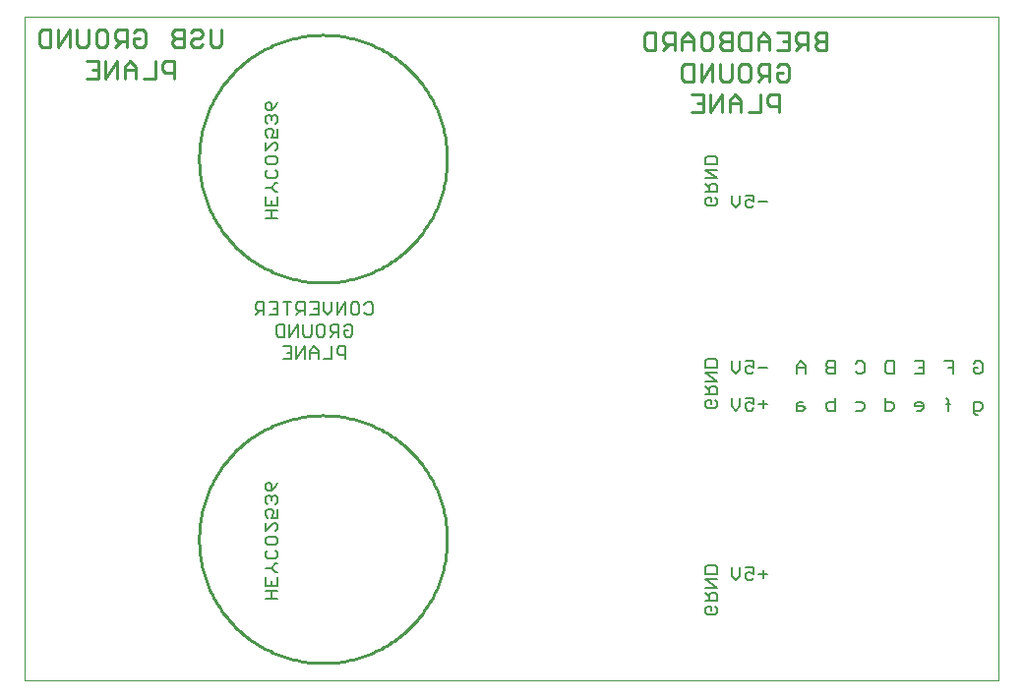
<source format=gbo>
%TF.GenerationSoftware,KiCad,Pcbnew,(6.0.7)*%
%TF.CreationDate,2023-09-20T08:42:35-04:00*%
%TF.ProjectId,B-BOP,422d424f-502e-46b6-9963-61645f706362,rev?*%
%TF.SameCoordinates,Original*%
%TF.FileFunction,Legend,Bot*%
%TF.FilePolarity,Positive*%
%FSLAX46Y46*%
G04 Gerber Fmt 4.6, Leading zero omitted, Abs format (unit mm)*
G04 Created by KiCad (PCBNEW (6.0.7)) date 2023-09-20 08:42:35*
%MOMM*%
%LPD*%
G01*
G04 APERTURE LIST*
%ADD10C,0.100000*%
%ADD11C,0.279400*%
%ADD12C,0.203200*%
%ADD13C,0.254000*%
G04 APERTURE END LIST*
D10*
X2857500Y698500D02*
X2857500Y57848500D01*
X2857500Y57848500D02*
X86677500Y57848500D01*
X86677500Y57848500D02*
X86677500Y698500D01*
X86677500Y698500D02*
X2857500Y698500D01*
D11*
X60222130Y49669700D02*
X61222130Y49669700D01*
X61222130Y49669700D02*
X61222130Y51169570D01*
X61222130Y51169570D02*
X60222130Y51169570D01*
X60722000Y50419760D02*
X61222130Y50419760D01*
X61859410Y49669700D02*
X61859410Y51169570D01*
X62859160Y51169570D02*
X61859410Y49669700D01*
X62859160Y49669700D02*
X62859160Y51169570D01*
X63496440Y50669700D02*
X63496440Y49669700D01*
X63496440Y50419760D02*
X64496440Y50419760D01*
X64496440Y50669700D02*
X63996320Y51169570D01*
X63996320Y51169570D02*
X63496440Y50669700D01*
X64496440Y50669700D02*
X64496440Y49669700D01*
X65133730Y49669700D02*
X66133470Y49669700D01*
X66133470Y49669700D02*
X66133470Y51169570D01*
X66770760Y50919630D02*
X66770760Y50419760D01*
X66770760Y50419760D02*
X67020690Y50169570D01*
X67020690Y50169570D02*
X67770760Y50169570D01*
X67770760Y49669700D02*
X67770760Y51169570D01*
X67770760Y51169570D02*
X67020690Y51169570D01*
X67020690Y51169570D02*
X66770760Y50919630D01*
X66952110Y52336700D02*
X66952110Y53836570D01*
X66952110Y53836570D02*
X66202050Y53836570D01*
X66202050Y53836570D02*
X65952120Y53586630D01*
X65952120Y53586630D02*
X65952120Y53086760D01*
X65952120Y53086760D02*
X66202050Y52836570D01*
X66202050Y52836570D02*
X66952110Y52836570D01*
X66452240Y52836570D02*
X65952120Y52336700D01*
X65315080Y52586640D02*
X65064890Y52336700D01*
X65064890Y52336700D02*
X64565020Y52336700D01*
X64565020Y52336700D02*
X64315090Y52586640D01*
X64315090Y52586640D02*
X64315090Y53586630D01*
X64315090Y53586630D02*
X64565020Y53836570D01*
X64565020Y53836570D02*
X65064890Y53836570D01*
X65064890Y53836570D02*
X65315080Y53586630D01*
X65315080Y53586630D02*
X65315080Y52586640D01*
X63677800Y52586640D02*
X63427860Y52336700D01*
X63427860Y52336700D02*
X62927990Y52336700D01*
X62927990Y52336700D02*
X62677800Y52586640D01*
X62677800Y52586640D02*
X62677800Y53836570D01*
X62040770Y53836570D02*
X61040770Y52336700D01*
X61040770Y52336700D02*
X61040770Y53836570D01*
X60403490Y53836570D02*
X59653680Y53836570D01*
X59653680Y53836570D02*
X59403490Y53586630D01*
X59403490Y53586630D02*
X59403490Y52586640D01*
X59403490Y52586640D02*
X59653680Y52336700D01*
X59653680Y52336700D02*
X60403490Y52336700D01*
X60403490Y52336700D02*
X60403490Y53836570D01*
X60403490Y55003700D02*
X60403490Y56003700D01*
X60403490Y56003700D02*
X59903610Y56503570D01*
X59903610Y56503570D02*
X59403490Y56003700D01*
X59403490Y56003700D02*
X59403490Y55003700D01*
X58766460Y55003700D02*
X58766460Y56503570D01*
X58766460Y56503570D02*
X58016390Y56503570D01*
X58016390Y56503570D02*
X57766460Y56253630D01*
X57766460Y56253630D02*
X57766460Y55753760D01*
X57766460Y55753760D02*
X58016390Y55503570D01*
X58016390Y55503570D02*
X58766460Y55503570D01*
X58266330Y55503570D02*
X57766460Y55003700D01*
X57129170Y55003700D02*
X56379360Y55003700D01*
X56379360Y55003700D02*
X56129170Y55253640D01*
X56129170Y55253640D02*
X56129170Y56253630D01*
X56129170Y56253630D02*
X56379360Y56503570D01*
X56379360Y56503570D02*
X57129170Y56503570D01*
X57129170Y56503570D02*
X57129170Y55003700D01*
X59403490Y55753760D02*
X60403490Y55753760D01*
X61040770Y56253630D02*
X61040770Y55253640D01*
X61040770Y55253640D02*
X61290710Y55003700D01*
X61290710Y55003700D02*
X61790580Y55003700D01*
X61790580Y55003700D02*
X62040770Y55253640D01*
X62040770Y55253640D02*
X62040770Y56253630D01*
X62040770Y56253630D02*
X61790580Y56503570D01*
X61790580Y56503570D02*
X61290710Y56503570D01*
X61290710Y56503570D02*
X61040770Y56253630D01*
X62677800Y56253630D02*
X62677800Y56003700D01*
X62677800Y56003700D02*
X62927990Y55753760D01*
X62927990Y55753760D02*
X63677800Y55753760D01*
X63677800Y56503570D02*
X62927990Y56503570D01*
X62927990Y56503570D02*
X62677800Y56253630D01*
X62927990Y55753760D02*
X62677800Y55503570D01*
X62677800Y55503570D02*
X62677800Y55253640D01*
X62677800Y55253640D02*
X62927990Y55003700D01*
X62927990Y55003700D02*
X63677800Y55003700D01*
X63677800Y55003700D02*
X63677800Y56503570D01*
X64315090Y56253630D02*
X64565020Y56503570D01*
X64565020Y56503570D02*
X65315080Y56503570D01*
X65315080Y56503570D02*
X65315080Y55003700D01*
X65315080Y55003700D02*
X64565020Y55003700D01*
X64565020Y55003700D02*
X64315090Y55253640D01*
X64315090Y55253640D02*
X64315090Y56253630D01*
X65952120Y56003700D02*
X65952120Y55003700D01*
X66952110Y55003700D02*
X66952110Y56003700D01*
X66952110Y56003700D02*
X66452240Y56503570D01*
X66452240Y56503570D02*
X65952120Y56003700D01*
X65952120Y55753760D02*
X66952110Y55753760D01*
X67589400Y56503570D02*
X68589400Y56503570D01*
X68589400Y56503570D02*
X68589400Y55003700D01*
X68589400Y55003700D02*
X67589400Y55003700D01*
X68089270Y55753760D02*
X68589400Y55753760D01*
X69226430Y55753760D02*
X69476620Y55503570D01*
X69476620Y55503570D02*
X70226430Y55503570D01*
X70226430Y55003700D02*
X70226430Y56503570D01*
X70226430Y56503570D02*
X69476620Y56503570D01*
X69476620Y56503570D02*
X69226430Y56253630D01*
X69226430Y56253630D02*
X69226430Y55753760D01*
X69726560Y55503570D02*
X69226430Y55003700D01*
X68339210Y53836570D02*
X67839340Y53836570D01*
X67839340Y53836570D02*
X67589400Y53586630D01*
X67589400Y53086760D02*
X68089270Y53086760D01*
X67589400Y53086760D02*
X67589400Y52586640D01*
X67589400Y52586640D02*
X67839340Y52336700D01*
X67839340Y52336700D02*
X68339210Y52336700D01*
X68339210Y52336700D02*
X68589400Y52586640D01*
X68589400Y52586640D02*
X68589400Y53586630D01*
X68589400Y53586630D02*
X68339210Y53836570D01*
X70863710Y55253640D02*
X71113650Y55003700D01*
X71113650Y55003700D02*
X71863710Y55003700D01*
X71863710Y55003700D02*
X71863710Y56503570D01*
X71863710Y56503570D02*
X71113650Y56503570D01*
X71113650Y56503570D02*
X70863710Y56253630D01*
X70863710Y56253630D02*
X70863710Y56003700D01*
X70863710Y56003700D02*
X71113650Y55753760D01*
X71113650Y55753760D02*
X71863710Y55753760D01*
X71113650Y55753760D02*
X70863710Y55503570D01*
X70863710Y55503570D02*
X70863710Y55253640D01*
X63677800Y53836570D02*
X63677800Y52586640D01*
X62040770Y52336700D02*
X62040770Y53836570D01*
X19793710Y55507640D02*
X19543520Y55257700D01*
X19543520Y55257700D02*
X19043650Y55257700D01*
X19043650Y55257700D02*
X18793710Y55507640D01*
X18793710Y55507640D02*
X18793710Y56757570D01*
X18156430Y56507630D02*
X18156430Y56257700D01*
X18156430Y56257700D02*
X17906490Y56007760D01*
X17906490Y56007760D02*
X17406620Y56007760D01*
X17406620Y56007760D02*
X17156430Y55757570D01*
X17156430Y55757570D02*
X17156430Y55507640D01*
X17156430Y55507640D02*
X17406620Y55257700D01*
X17406620Y55257700D02*
X17906490Y55257700D01*
X17906490Y55257700D02*
X18156430Y55507640D01*
X18156430Y56507630D02*
X17906490Y56757570D01*
X17906490Y56757570D02*
X17406620Y56757570D01*
X17406620Y56757570D02*
X17156430Y56507630D01*
X16519400Y56757570D02*
X15769340Y56757570D01*
X15769340Y56757570D02*
X15519400Y56507630D01*
X15519400Y56507630D02*
X15519400Y56257700D01*
X15519400Y56257700D02*
X15769340Y56007760D01*
X15769340Y56007760D02*
X16519400Y56007760D01*
X16519400Y56757570D02*
X16519400Y55257700D01*
X16519400Y55257700D02*
X15769340Y55257700D01*
X15769340Y55257700D02*
X15519400Y55507640D01*
X15519400Y55507640D02*
X15519400Y55757570D01*
X15519400Y55757570D02*
X15769340Y56007760D01*
X15700760Y54090570D02*
X14950690Y54090570D01*
X14950690Y54090570D02*
X14700760Y53840630D01*
X14700760Y53840630D02*
X14700760Y53340760D01*
X14700760Y53340760D02*
X14950690Y53090570D01*
X14950690Y53090570D02*
X15700760Y53090570D01*
X15700760Y52590700D02*
X15700760Y54090570D01*
X14063470Y54090570D02*
X14063470Y52590700D01*
X14063470Y52590700D02*
X13063730Y52590700D01*
X12426440Y52590700D02*
X12426440Y53590700D01*
X12426440Y53590700D02*
X11926320Y54090570D01*
X11926320Y54090570D02*
X11426440Y53590700D01*
X11426440Y53590700D02*
X11426440Y52590700D01*
X10789160Y52590700D02*
X10789160Y54090570D01*
X10789160Y54090570D02*
X9789410Y52590700D01*
X9789410Y52590700D02*
X9789410Y54090570D01*
X9152130Y54090570D02*
X9152130Y52590700D01*
X9152130Y52590700D02*
X8152130Y52590700D01*
X8652000Y53340760D02*
X9152130Y53340760D01*
X9152130Y54090570D02*
X8152130Y54090570D01*
X8083550Y55257700D02*
X7583680Y55257700D01*
X7583680Y55257700D02*
X7333490Y55507640D01*
X7333490Y55507640D02*
X7333490Y56757570D01*
X6696460Y56757570D02*
X5696460Y55257700D01*
X5696460Y55257700D02*
X5696460Y56757570D01*
X5059170Y56757570D02*
X4309360Y56757570D01*
X4309360Y56757570D02*
X4059170Y56507630D01*
X4059170Y56507630D02*
X4059170Y55507640D01*
X4059170Y55507640D02*
X4309360Y55257700D01*
X4309360Y55257700D02*
X5059170Y55257700D01*
X5059170Y55257700D02*
X5059170Y56757570D01*
X6696460Y56757570D02*
X6696460Y55257700D01*
X8083550Y55257700D02*
X8333490Y55507640D01*
X8333490Y55507640D02*
X8333490Y56757570D01*
X8970770Y56507630D02*
X9220710Y56757570D01*
X9220710Y56757570D02*
X9720580Y56757570D01*
X9720580Y56757570D02*
X9970770Y56507630D01*
X9970770Y56507630D02*
X9970770Y55507640D01*
X9970770Y55507640D02*
X9720580Y55257700D01*
X9720580Y55257700D02*
X9220710Y55257700D01*
X9220710Y55257700D02*
X8970770Y55507640D01*
X8970770Y55507640D02*
X8970770Y56507630D01*
X10607800Y56507630D02*
X10607800Y56007760D01*
X10607800Y56007760D02*
X10857990Y55757570D01*
X10857990Y55757570D02*
X11607800Y55757570D01*
X11607800Y55257700D02*
X11607800Y56757570D01*
X11607800Y56757570D02*
X10857990Y56757570D01*
X10857990Y56757570D02*
X10607800Y56507630D01*
X11107930Y55757570D02*
X10607800Y55257700D01*
X12245090Y55507640D02*
X12245090Y56007760D01*
X12245090Y56007760D02*
X12744960Y56007760D01*
X12245090Y56507630D02*
X12495020Y56757570D01*
X12495020Y56757570D02*
X12994890Y56757570D01*
X12994890Y56757570D02*
X13245080Y56507630D01*
X13245080Y56507630D02*
X13245080Y55507640D01*
X13245080Y55507640D02*
X12994890Y55257700D01*
X12994890Y55257700D02*
X12495020Y55257700D01*
X12495020Y55257700D02*
X12245090Y55507640D01*
X12426440Y53340760D02*
X11426440Y53340760D01*
X19793710Y55507640D02*
X19793710Y56757570D01*
D12*
X23711150Y50562760D02*
X23888950Y50562760D01*
X23888950Y50562760D02*
X24067010Y50384710D01*
X24067010Y50384710D02*
X24067010Y49851060D01*
X24067010Y49851060D02*
X23711150Y49851060D01*
X23711150Y49851060D02*
X23533100Y50028860D01*
X23533100Y50028860D02*
X23533100Y50384710D01*
X23533100Y50384710D02*
X23711150Y50562760D01*
X24422860Y50206910D02*
X24067010Y49851060D01*
X24244810Y49393350D02*
X24067010Y49215550D01*
X24067010Y49215550D02*
X23888950Y49393350D01*
X23888950Y49393350D02*
X23711150Y49393350D01*
X23711150Y49393350D02*
X23533100Y49215550D01*
X23533100Y49215550D02*
X23533100Y48859440D01*
X23533100Y48859440D02*
X23711150Y48681640D01*
X23711150Y48223930D02*
X23533100Y48046130D01*
X23533100Y48046130D02*
X23533100Y47690020D01*
X23533100Y47690020D02*
X23711150Y47512220D01*
X24067010Y47512220D02*
X24244810Y47868080D01*
X24244810Y47868080D02*
X24244810Y48046130D01*
X24244810Y48046130D02*
X24067010Y48223930D01*
X24067010Y48223930D02*
X23711150Y48223930D01*
X24067010Y47512220D02*
X24600920Y47512220D01*
X24600920Y47512220D02*
X24600920Y48223930D01*
X24422860Y48681640D02*
X24600920Y48859440D01*
X24600920Y48859440D02*
X24600920Y49215550D01*
X24600920Y49215550D02*
X24422860Y49393350D01*
X24422860Y49393350D02*
X24244810Y49393350D01*
X24067010Y49215550D02*
X24067010Y49037490D01*
X24422860Y50206910D02*
X24600920Y50562760D01*
X24422860Y47054520D02*
X24244810Y47054520D01*
X24244810Y47054520D02*
X23533100Y46342810D01*
X23533100Y46342810D02*
X23533100Y47054520D01*
X24422860Y47054520D02*
X24600920Y46876720D01*
X24600920Y46876720D02*
X24600920Y46520860D01*
X24600920Y46520860D02*
X24422860Y46342810D01*
X24422860Y45885100D02*
X23711150Y45885100D01*
X23711150Y45885100D02*
X23533100Y45707300D01*
X23533100Y45707300D02*
X23533100Y45351450D01*
X23533100Y45351450D02*
X23711150Y45173390D01*
X23711150Y45173390D02*
X24422860Y45173390D01*
X24422860Y45173390D02*
X24600920Y45351450D01*
X24600920Y45351450D02*
X24600920Y45707300D01*
X24600920Y45707300D02*
X24422860Y45885100D01*
X24422860Y44715680D02*
X24600920Y44537880D01*
X24600920Y44537880D02*
X24600920Y44182030D01*
X24600920Y44182030D02*
X24422860Y44003980D01*
X24422860Y44003980D02*
X23711150Y44003980D01*
X23711150Y44003980D02*
X23533100Y44182030D01*
X23533100Y44182030D02*
X23533100Y44537880D01*
X23533100Y44537880D02*
X23711150Y44715680D01*
X24422860Y43546520D02*
X24600920Y43546520D01*
X24422860Y43546520D02*
X24067010Y43190410D01*
X24067010Y43190410D02*
X23533100Y43190410D01*
X24067010Y43190410D02*
X24422860Y42834560D01*
X24422860Y42834560D02*
X24600920Y42834560D01*
X24600920Y42377110D02*
X24600920Y41665140D01*
X24600920Y41665140D02*
X23533100Y41665140D01*
X23533100Y41665140D02*
X23533100Y42377110D01*
X24067010Y42021000D02*
X24067010Y41665140D01*
X24067010Y41207690D02*
X24067010Y40495730D01*
X23533100Y40495730D02*
X24600920Y40495730D01*
X24600920Y41207690D02*
X23533100Y41207690D01*
X23427940Y33300420D02*
X22894290Y33300420D01*
X22894290Y33300420D02*
X22716240Y33122360D01*
X22716240Y33122360D02*
X22716240Y32766510D01*
X22716240Y32766510D02*
X22894290Y32588450D01*
X22894290Y32588450D02*
X23427940Y32588450D01*
X23072090Y32588450D02*
X22716240Y32232600D01*
X23427940Y32232600D02*
X23427940Y33300420D01*
X23885650Y33300420D02*
X24597360Y33300420D01*
X24597360Y33300420D02*
X24597360Y32232600D01*
X24597360Y32232600D02*
X23885650Y32232600D01*
X24241510Y32766510D02*
X24597360Y32766510D01*
X25055070Y33300420D02*
X25766780Y33300420D01*
X25410920Y33300420D02*
X25410920Y32232600D01*
X26224480Y32232600D02*
X26580340Y32588450D01*
X26402280Y32588450D02*
X26936190Y32588450D01*
X26936190Y32232600D02*
X26936190Y33300420D01*
X26936190Y33300420D02*
X26402280Y33300420D01*
X26402280Y33300420D02*
X26224480Y33122360D01*
X26224480Y33122360D02*
X26224480Y32766510D01*
X26224480Y32766510D02*
X26402280Y32588450D01*
X27393900Y32232600D02*
X28105610Y32232600D01*
X28105610Y32232600D02*
X28105610Y33300420D01*
X28105610Y33300420D02*
X27393900Y33300420D01*
X27749750Y32766510D02*
X28105610Y32766510D01*
X28563320Y32588450D02*
X28563320Y33300420D01*
X29275020Y33300420D02*
X29275020Y32588450D01*
X29275020Y32588450D02*
X28919170Y32232600D01*
X28919170Y32232600D02*
X28563320Y32588450D01*
X28512260Y31395420D02*
X28690320Y31217360D01*
X28690320Y31217360D02*
X28690320Y30505650D01*
X28690320Y30505650D02*
X28512260Y30327600D01*
X28512260Y30327600D02*
X28156410Y30327600D01*
X28156410Y30327600D02*
X27978610Y30505650D01*
X27978610Y30505650D02*
X27978610Y31217360D01*
X27978610Y31217360D02*
X28156410Y31395420D01*
X28156410Y31395420D02*
X28512260Y31395420D01*
X29147770Y31217360D02*
X29147770Y30861510D01*
X29147770Y30861510D02*
X29325820Y30683450D01*
X29325820Y30683450D02*
X29859730Y30683450D01*
X29859730Y30327600D02*
X29859730Y31395420D01*
X29859730Y31395420D02*
X29325820Y31395420D01*
X29325820Y31395420D02*
X29147770Y31217360D01*
X29503880Y30683450D02*
X29147770Y30327600D01*
X29275020Y29490420D02*
X29275020Y28422600D01*
X29275020Y28422600D02*
X28563320Y28422600D01*
X28105610Y28422600D02*
X28105610Y29134310D01*
X28105610Y29134310D02*
X27749750Y29490420D01*
X27749750Y29490420D02*
X27393900Y29134310D01*
X27393900Y29134310D02*
X27393900Y28422600D01*
X26936190Y28422600D02*
X26936190Y29490420D01*
X26936190Y29490420D02*
X26224480Y28422600D01*
X26224480Y28422600D02*
X26224480Y29490420D01*
X25766780Y29490420D02*
X25766780Y28422600D01*
X25766780Y28422600D02*
X25055070Y28422600D01*
X25410920Y28956510D02*
X25766780Y28956510D01*
X25766780Y29490420D02*
X25055070Y29490420D01*
X25182070Y30327600D02*
X24648160Y30327600D01*
X24648160Y30327600D02*
X24470360Y30505650D01*
X24470360Y30505650D02*
X24470360Y31217360D01*
X24470360Y31217360D02*
X24648160Y31395420D01*
X24648160Y31395420D02*
X25182070Y31395420D01*
X25182070Y31395420D02*
X25182070Y30327600D01*
X25639780Y30327600D02*
X25639780Y31395420D01*
X26351480Y31395420D02*
X25639780Y30327600D01*
X26351480Y30327600D02*
X26351480Y31395420D01*
X26809190Y31395420D02*
X26809190Y30505650D01*
X26809190Y30505650D02*
X26986990Y30327600D01*
X26986990Y30327600D02*
X27342850Y30327600D01*
X27342850Y30327600D02*
X27520900Y30505650D01*
X27520900Y30505650D02*
X27520900Y31395420D01*
X29732480Y32232600D02*
X29732480Y33300420D01*
X30444440Y33300420D02*
X29732480Y32232600D01*
X30444440Y32232600D02*
X30444440Y33300420D01*
X30901890Y33122360D02*
X30901890Y32410650D01*
X30901890Y32410650D02*
X31079950Y32232600D01*
X31079950Y32232600D02*
X31435800Y32232600D01*
X31435800Y32232600D02*
X31613860Y32410650D01*
X31613860Y32410650D02*
X31613860Y33122360D01*
X31613860Y33122360D02*
X31435800Y33300420D01*
X31435800Y33300420D02*
X31079950Y33300420D01*
X31079950Y33300420D02*
X30901890Y33122360D01*
X32071310Y33122360D02*
X32249360Y33300420D01*
X32249360Y33300420D02*
X32605220Y33300420D01*
X32605220Y33300420D02*
X32783270Y33122360D01*
X32783270Y33122360D02*
X32783270Y32410650D01*
X32783270Y32410650D02*
X32605220Y32232600D01*
X32605220Y32232600D02*
X32249360Y32232600D01*
X32249360Y32232600D02*
X32071310Y32410650D01*
X31029150Y31217360D02*
X31029150Y30505650D01*
X31029150Y30505650D02*
X30851090Y30327600D01*
X30851090Y30327600D02*
X30495240Y30327600D01*
X30495240Y30327600D02*
X30317190Y30505650D01*
X30317190Y30505650D02*
X30317190Y30861510D01*
X30317190Y30861510D02*
X30673290Y30861510D01*
X31029150Y31217360D02*
X30851090Y31395420D01*
X30851090Y31395420D02*
X30495240Y31395420D01*
X30495240Y31395420D02*
X30317190Y31217360D01*
X30444440Y29490420D02*
X29910530Y29490420D01*
X29910530Y29490420D02*
X29732480Y29312360D01*
X29732480Y29312360D02*
X29732480Y28956510D01*
X29732480Y28956510D02*
X29910530Y28778450D01*
X29910530Y28778450D02*
X30444440Y28778450D01*
X30444440Y28422600D02*
X30444440Y29490420D01*
X28105610Y28956510D02*
X27393900Y28956510D01*
X24600920Y17796760D02*
X24422860Y17440910D01*
X24422860Y17440910D02*
X24067010Y17085060D01*
X24067010Y17085060D02*
X24067010Y17618710D01*
X24067010Y17618710D02*
X23888950Y17796760D01*
X23888950Y17796760D02*
X23711150Y17796760D01*
X23711150Y17796760D02*
X23533100Y17618710D01*
X23533100Y17618710D02*
X23533100Y17262860D01*
X23533100Y17262860D02*
X23711150Y17085060D01*
X23711150Y17085060D02*
X24067010Y17085060D01*
X24244810Y16627350D02*
X24067010Y16449550D01*
X24067010Y16449550D02*
X23888950Y16627350D01*
X23888950Y16627350D02*
X23711150Y16627350D01*
X23711150Y16627350D02*
X23533100Y16449550D01*
X23533100Y16449550D02*
X23533100Y16093440D01*
X23533100Y16093440D02*
X23711150Y15915640D01*
X23711150Y15457930D02*
X23533100Y15280130D01*
X23533100Y15280130D02*
X23533100Y14924020D01*
X23533100Y14924020D02*
X23711150Y14746220D01*
X24067010Y14746220D02*
X24244810Y15102080D01*
X24244810Y15102080D02*
X24244810Y15280130D01*
X24244810Y15280130D02*
X24067010Y15457930D01*
X24067010Y15457930D02*
X23711150Y15457930D01*
X24067010Y14746220D02*
X24600920Y14746220D01*
X24600920Y14746220D02*
X24600920Y15457930D01*
X24422860Y15915640D02*
X24600920Y16093440D01*
X24600920Y16093440D02*
X24600920Y16449550D01*
X24600920Y16449550D02*
X24422860Y16627350D01*
X24422860Y16627350D02*
X24244810Y16627350D01*
X24067010Y16449550D02*
X24067010Y16271490D01*
X24244810Y14288520D02*
X24422860Y14288520D01*
X24422860Y14288520D02*
X24600920Y14110720D01*
X24600920Y14110720D02*
X24600920Y13754860D01*
X24600920Y13754860D02*
X24422860Y13576810D01*
X24422860Y13119100D02*
X23711150Y13119100D01*
X23711150Y13119100D02*
X23533100Y12941300D01*
X23533100Y12941300D02*
X23533100Y12585450D01*
X23533100Y12585450D02*
X23711150Y12407390D01*
X23711150Y12407390D02*
X24422860Y12407390D01*
X24422860Y12407390D02*
X24600920Y12585450D01*
X24600920Y12585450D02*
X24600920Y12941300D01*
X24600920Y12941300D02*
X24422860Y13119100D01*
X23533100Y13576810D02*
X24244810Y14288520D01*
X23533100Y14288520D02*
X23533100Y13576810D01*
X23711150Y11949680D02*
X23533100Y11771880D01*
X23533100Y11771880D02*
X23533100Y11416030D01*
X23533100Y11416030D02*
X23711150Y11237980D01*
X23711150Y11237980D02*
X24422860Y11237980D01*
X24422860Y11237980D02*
X24600920Y11416030D01*
X24600920Y11416030D02*
X24600920Y11771880D01*
X24600920Y11771880D02*
X24422860Y11949680D01*
X24422860Y10780520D02*
X24600920Y10780520D01*
X24422860Y10780520D02*
X24067010Y10424410D01*
X24067010Y10424410D02*
X23533100Y10424410D01*
X24067010Y10424410D02*
X24422860Y10068560D01*
X24422860Y10068560D02*
X24600920Y10068560D01*
X24600920Y9611110D02*
X24600920Y8899140D01*
X24600920Y8899140D02*
X23533100Y8899140D01*
X23533100Y8899140D02*
X23533100Y9611110D01*
X24067010Y9255000D02*
X24067010Y8899140D01*
X24067010Y8441690D02*
X24067010Y7729730D01*
X23533100Y7729730D02*
X24600920Y7729730D01*
X24600920Y8441690D02*
X23533100Y8441690D01*
X61379100Y8279890D02*
X61734950Y7924040D01*
X61734950Y8102090D02*
X61734950Y7568180D01*
X61379100Y7568180D02*
X62446920Y7568180D01*
X62446920Y7568180D02*
X62446920Y8102090D01*
X62446920Y8102090D02*
X62268860Y8279890D01*
X62268860Y8279890D02*
X61913010Y8279890D01*
X61913010Y8279890D02*
X61734950Y8102090D01*
X61379100Y8737600D02*
X62446920Y8737600D01*
X62446920Y8737600D02*
X61379100Y9449310D01*
X61379100Y9449310D02*
X62446920Y9449310D01*
X62446920Y9907020D02*
X62446920Y10440920D01*
X62446920Y10440920D02*
X62268860Y10618720D01*
X62268860Y10618720D02*
X61557150Y10618720D01*
X61557150Y10618720D02*
X61379100Y10440920D01*
X61379100Y10440920D02*
X61379100Y9907020D01*
X61379100Y9907020D02*
X62446920Y9907020D01*
X63689480Y9728450D02*
X63689480Y10440420D01*
X64401190Y10440420D02*
X64401190Y9728450D01*
X64401190Y9728450D02*
X64045340Y9372600D01*
X64045340Y9372600D02*
X63689480Y9728450D01*
X64858900Y9550650D02*
X65036700Y9372600D01*
X65036700Y9372600D02*
X65392550Y9372600D01*
X65392550Y9372600D02*
X65570610Y9550650D01*
X65570610Y9906510D02*
X65214750Y10084310D01*
X65214750Y10084310D02*
X65036700Y10084310D01*
X65036700Y10084310D02*
X64858900Y9906510D01*
X64858900Y9906510D02*
X64858900Y9550650D01*
X65570610Y9906510D02*
X65570610Y10440420D01*
X65570610Y10440420D02*
X64858900Y10440420D01*
X66028320Y9906510D02*
X66740020Y9906510D01*
X66384170Y10262360D02*
X66384170Y9550650D01*
X62446920Y6932680D02*
X62446920Y6576820D01*
X62446920Y6576820D02*
X62268860Y6398770D01*
X62268860Y6398770D02*
X61557150Y6398770D01*
X61557150Y6398770D02*
X61379100Y6576820D01*
X61379100Y6576820D02*
X61379100Y6932680D01*
X61379100Y6932680D02*
X61557150Y7110730D01*
X61557150Y7110730D02*
X61913010Y7110730D01*
X61913010Y7110730D02*
X61913010Y6754620D01*
X62268860Y7110730D02*
X62446920Y6932680D01*
X64045340Y23977600D02*
X63689480Y24333450D01*
X63689480Y24333450D02*
X63689480Y25045420D01*
X64401190Y25045420D02*
X64401190Y24333450D01*
X64401190Y24333450D02*
X64045340Y23977600D01*
X64858900Y24155650D02*
X65036700Y23977600D01*
X65036700Y23977600D02*
X65392550Y23977600D01*
X65392550Y23977600D02*
X65570610Y24155650D01*
X65570610Y24511510D02*
X65214750Y24689310D01*
X65214750Y24689310D02*
X65036700Y24689310D01*
X65036700Y24689310D02*
X64858900Y24511510D01*
X64858900Y24511510D02*
X64858900Y24155650D01*
X65570610Y24511510D02*
X65570610Y25045420D01*
X65570610Y25045420D02*
X64858900Y25045420D01*
X66028320Y24511510D02*
X66740020Y24511510D01*
X66384170Y24867360D02*
X66384170Y24155650D01*
X69303900Y24333450D02*
X69837550Y24333450D01*
X69837550Y24333450D02*
X70015610Y24155650D01*
X70015610Y24155650D02*
X69837550Y23977600D01*
X69837550Y23977600D02*
X69303900Y23977600D01*
X69303900Y23977600D02*
X69303900Y24511510D01*
X69303900Y24511510D02*
X69481700Y24689310D01*
X69481700Y24689310D02*
X69837550Y24689310D01*
X71843900Y24511510D02*
X72021700Y24689310D01*
X72021700Y24689310D02*
X72555610Y24689310D01*
X72555610Y25045420D02*
X72555610Y23977600D01*
X72555610Y23977600D02*
X72021700Y23977600D01*
X72021700Y23977600D02*
X71843900Y24155650D01*
X71843900Y24155650D02*
X71843900Y24511510D01*
X74383900Y24689310D02*
X74917550Y24689310D01*
X74917550Y24689310D02*
X75095610Y24511510D01*
X75095610Y24511510D02*
X75095610Y24155650D01*
X75095610Y24155650D02*
X74917550Y23977600D01*
X74917550Y23977600D02*
X74383900Y23977600D01*
X76923900Y23977600D02*
X77457550Y23977600D01*
X77457550Y23977600D02*
X77635610Y24155650D01*
X77635610Y24155650D02*
X77635610Y24511510D01*
X77635610Y24511510D02*
X77457550Y24689310D01*
X77457550Y24689310D02*
X76923900Y24689310D01*
X76923900Y25045420D02*
X76923900Y23977600D01*
X79463900Y24333450D02*
X80175610Y24333450D01*
X80175610Y24155650D02*
X80175610Y24511510D01*
X80175610Y24511510D02*
X79997550Y24689310D01*
X79997550Y24689310D02*
X79641700Y24689310D01*
X79641700Y24689310D02*
X79463900Y24511510D01*
X79463900Y24511510D02*
X79463900Y24333450D01*
X79641700Y23977600D02*
X79997550Y23977600D01*
X79997550Y23977600D02*
X80175610Y24155650D01*
X82164680Y24511510D02*
X82520790Y24511510D01*
X82342740Y24867360D02*
X82342740Y23977600D01*
X82342740Y24867360D02*
X82164680Y25045420D01*
X84543900Y24689310D02*
X84543900Y23799550D01*
X84543900Y23799550D02*
X84721700Y23621750D01*
X84721700Y23621750D02*
X84899750Y23621750D01*
X85077550Y23977600D02*
X84543900Y23977600D01*
X85077550Y23977600D02*
X85255610Y24155650D01*
X85255610Y24155650D02*
X85255610Y24511510D01*
X85255610Y24511510D02*
X85077550Y24689310D01*
X85077550Y24689310D02*
X84543900Y24689310D01*
X84721700Y27152600D02*
X84543900Y27330650D01*
X84543900Y27330650D02*
X84543900Y27686510D01*
X84543900Y27686510D02*
X84899750Y27686510D01*
X85255610Y28042360D02*
X85255610Y27330650D01*
X85255610Y27330650D02*
X85077550Y27152600D01*
X85077550Y27152600D02*
X84721700Y27152600D01*
X84543900Y28042360D02*
X84721700Y28220420D01*
X84721700Y28220420D02*
X85077550Y28220420D01*
X85077550Y28220420D02*
X85255610Y28042360D01*
X82715610Y28220420D02*
X82715610Y27152600D01*
X82715610Y27686510D02*
X82359750Y27686510D01*
X82715610Y28220420D02*
X82003900Y28220420D01*
X80175610Y28220420D02*
X80175610Y27152600D01*
X80175610Y27152600D02*
X79463900Y27152600D01*
X79819750Y27686510D02*
X80175610Y27686510D01*
X80175610Y28220420D02*
X79463900Y28220420D01*
X77635610Y28220420D02*
X77635610Y27152600D01*
X77635610Y27152600D02*
X77101700Y27152600D01*
X77101700Y27152600D02*
X76923900Y27330650D01*
X76923900Y27330650D02*
X76923900Y28042360D01*
X76923900Y28042360D02*
X77101700Y28220420D01*
X77101700Y28220420D02*
X77635610Y28220420D01*
X75095610Y28042360D02*
X75095610Y27330650D01*
X75095610Y27330650D02*
X74917550Y27152600D01*
X74917550Y27152600D02*
X74561700Y27152600D01*
X74561700Y27152600D02*
X74383900Y27330650D01*
X74383900Y28042360D02*
X74561700Y28220420D01*
X74561700Y28220420D02*
X74917550Y28220420D01*
X74917550Y28220420D02*
X75095610Y28042360D01*
X72555610Y28220420D02*
X72555610Y27152600D01*
X72555610Y27152600D02*
X72021700Y27152600D01*
X72021700Y27152600D02*
X71843900Y27330650D01*
X71843900Y27330650D02*
X71843900Y27508450D01*
X71843900Y27508450D02*
X72021700Y27686510D01*
X72021700Y27686510D02*
X72555610Y27686510D01*
X72555610Y28220420D02*
X72021700Y28220420D01*
X72021700Y28220420D02*
X71843900Y28042360D01*
X71843900Y28042360D02*
X71843900Y27864310D01*
X71843900Y27864310D02*
X72021700Y27686510D01*
X70015610Y27686510D02*
X69303900Y27686510D01*
X69303900Y27864310D02*
X69303900Y27152600D01*
X70015610Y27152600D02*
X70015610Y27864310D01*
X70015610Y27864310D02*
X69659750Y28220420D01*
X69659750Y28220420D02*
X69303900Y27864310D01*
X66740020Y27686510D02*
X66028320Y27686510D01*
X65570610Y27686510D02*
X65214750Y27864310D01*
X65214750Y27864310D02*
X65036700Y27864310D01*
X65036700Y27864310D02*
X64858900Y27686510D01*
X64858900Y27686510D02*
X64858900Y27330650D01*
X64858900Y27330650D02*
X65036700Y27152600D01*
X65036700Y27152600D02*
X65392550Y27152600D01*
X65392550Y27152600D02*
X65570610Y27330650D01*
X65570610Y27686510D02*
X65570610Y28220420D01*
X65570610Y28220420D02*
X64858900Y28220420D01*
X64401190Y28220420D02*
X64401190Y27508450D01*
X64401190Y27508450D02*
X64045340Y27152600D01*
X64045340Y27152600D02*
X63689480Y27508450D01*
X63689480Y27508450D02*
X63689480Y28220420D01*
X62446920Y28220920D02*
X62446920Y27687020D01*
X62446920Y27687020D02*
X61379100Y27687020D01*
X61379100Y27687020D02*
X61379100Y28220920D01*
X61379100Y28220920D02*
X61557150Y28398720D01*
X61557150Y28398720D02*
X62268860Y28398720D01*
X62268860Y28398720D02*
X62446920Y28220920D01*
X62446920Y27229310D02*
X61379100Y27229310D01*
X61379100Y27229310D02*
X62446920Y26517600D01*
X62446920Y26517600D02*
X61379100Y26517600D01*
X61379100Y26059890D02*
X61734950Y25704040D01*
X61734950Y25882090D02*
X61734950Y25348180D01*
X61379100Y25348180D02*
X62446920Y25348180D01*
X62446920Y25348180D02*
X62446920Y25882090D01*
X62446920Y25882090D02*
X62268860Y26059890D01*
X62268860Y26059890D02*
X61913010Y26059890D01*
X61913010Y26059890D02*
X61734950Y25882090D01*
X61557150Y24890730D02*
X61913010Y24890730D01*
X61913010Y24890730D02*
X61913010Y24534620D01*
X62268860Y24178770D02*
X61557150Y24178770D01*
X61557150Y24178770D02*
X61379100Y24356820D01*
X61379100Y24356820D02*
X61379100Y24712680D01*
X61379100Y24712680D02*
X61557150Y24890730D01*
X62268860Y24890730D02*
X62446920Y24712680D01*
X62446920Y24712680D02*
X62446920Y24356820D01*
X62446920Y24356820D02*
X62268860Y24178770D01*
X64045340Y41440100D02*
X63689480Y41795950D01*
X63689480Y41795950D02*
X63689480Y42507920D01*
X64401190Y42507920D02*
X64401190Y41795950D01*
X64401190Y41795950D02*
X64045340Y41440100D01*
X64858900Y41618150D02*
X65036700Y41440100D01*
X65036700Y41440100D02*
X65392550Y41440100D01*
X65392550Y41440100D02*
X65570610Y41618150D01*
X65570610Y41974010D02*
X65214750Y42151810D01*
X65214750Y42151810D02*
X65036700Y42151810D01*
X65036700Y42151810D02*
X64858900Y41974010D01*
X64858900Y41974010D02*
X64858900Y41618150D01*
X65570610Y41974010D02*
X65570610Y42507920D01*
X65570610Y42507920D02*
X64858900Y42507920D01*
X66028320Y41974010D02*
X66740020Y41974010D01*
X62446920Y41819320D02*
X62268860Y41641270D01*
X62268860Y41641270D02*
X61557150Y41641270D01*
X61557150Y41641270D02*
X61379100Y41819320D01*
X61379100Y41819320D02*
X61379100Y42175180D01*
X61379100Y42175180D02*
X61557150Y42353230D01*
X61557150Y42353230D02*
X61913010Y42353230D01*
X61913010Y42353230D02*
X61913010Y41997120D01*
X62268860Y42353230D02*
X62446920Y42175180D01*
X62446920Y42175180D02*
X62446920Y41819320D01*
X62446920Y42810680D02*
X61379100Y42810680D01*
X61734950Y42810680D02*
X61734950Y43344590D01*
X61734950Y43344590D02*
X61913010Y43522390D01*
X61913010Y43522390D02*
X62268860Y43522390D01*
X62268860Y43522390D02*
X62446920Y43344590D01*
X62446920Y43344590D02*
X62446920Y42810680D01*
X61734950Y43166540D02*
X61379100Y43522390D01*
X61379100Y43980100D02*
X62446920Y43980100D01*
X62446920Y43980100D02*
X61379100Y44691810D01*
X61379100Y44691810D02*
X62446920Y44691810D01*
X62446920Y45149520D02*
X61379100Y45149520D01*
X61379100Y45149520D02*
X61379100Y45683420D01*
X61379100Y45683420D02*
X61557150Y45861220D01*
X61557150Y45861220D02*
X62268860Y45861220D01*
X62268860Y45861220D02*
X62446920Y45683420D01*
X62446920Y45683420D02*
X62446920Y45149520D01*
D13*
X17843500Y45656500D02*
X17846800Y45918370D01*
X17846800Y45918370D02*
X17856450Y46179990D01*
X17856450Y46179990D02*
X17872460Y46441360D01*
X17872460Y46441360D02*
X17894810Y46702220D01*
X17894810Y46702220D02*
X17923760Y46962310D01*
X17923760Y46962310D02*
X17959070Y47221900D01*
X17959070Y47221900D02*
X18000470Y47480220D01*
X18000470Y47480220D02*
X18048480Y47737780D01*
X18048480Y47737780D02*
X18102830Y47993810D01*
X18102830Y47993810D02*
X18163290Y48248570D01*
X18163290Y48248570D02*
X18229830Y48501810D01*
X18229830Y48501810D02*
X18302990Y48753270D01*
X18302990Y48753270D02*
X18381980Y49002950D01*
X18381980Y49002950D02*
X18467070Y49250350D01*
X18467070Y49250350D02*
X18558260Y49495960D01*
X18558260Y49495960D02*
X18655540Y49739040D01*
X18655540Y49739040D02*
X18758660Y49979580D01*
X18758660Y49979580D02*
X18867630Y50217580D01*
X18867630Y50217580D02*
X18982690Y50453040D01*
X18982690Y50453040D02*
X19103090Y50685450D01*
X19103090Y50685450D02*
X19229320Y50914810D01*
X19229320Y50914810D02*
X19361150Y51140870D01*
X19361150Y51140870D02*
X19498560Y51363880D01*
X19498560Y51363880D02*
X19641310Y51583340D01*
X19641310Y51583340D02*
X19789390Y51799240D01*
X19789390Y51799240D02*
X19942810Y52011330D01*
X19942810Y52011330D02*
X20101310Y52219860D01*
X20101310Y52219860D02*
X20265140Y52424330D01*
X20265140Y52424330D02*
X20433540Y52624480D01*
X20433540Y52624480D02*
X20607020Y52820570D01*
X20607020Y52820570D02*
X20785330Y53012590D01*
X20785330Y53012590D02*
X20968210Y53199790D01*
X20968210Y53199790D02*
X21155410Y53382670D01*
X21155410Y53382670D02*
X21347430Y53560980D01*
X21347430Y53560980D02*
X21543520Y53734460D01*
X21543520Y53734460D02*
X21743670Y53902860D01*
X21743670Y53902860D02*
X21948140Y54066690D01*
X21948140Y54066690D02*
X22156670Y54225190D01*
X22156670Y54225190D02*
X22368760Y54378610D01*
X22368760Y54378610D02*
X22584660Y54526690D01*
X22584660Y54526690D02*
X22804120Y54669440D01*
X22804120Y54669440D02*
X23027130Y54806850D01*
X23027130Y54806850D02*
X23253190Y54938680D01*
X23253190Y54938680D02*
X23482550Y55064910D01*
X23482550Y55064910D02*
X23714960Y55185310D01*
X23714960Y55185310D02*
X23950420Y55300370D01*
X23950420Y55300370D02*
X24188420Y55409340D01*
X24188420Y55409340D02*
X24428960Y55512460D01*
X24428960Y55512460D02*
X24672040Y55609740D01*
X24672040Y55609740D02*
X24917650Y55700930D01*
X24917650Y55700930D02*
X25165050Y55786020D01*
X25165050Y55786020D02*
X25414730Y55865010D01*
X25414730Y55865010D02*
X25666190Y55938170D01*
X25666190Y55938170D02*
X25919430Y56004710D01*
X25919430Y56004710D02*
X26174190Y56065170D01*
X26174190Y56065170D02*
X26430220Y56119520D01*
X26430220Y56119520D02*
X26687780Y56167530D01*
X26687780Y56167530D02*
X26946100Y56208930D01*
X26946100Y56208930D02*
X27205690Y56244240D01*
X27205690Y56244240D02*
X27465780Y56273190D01*
X27465780Y56273190D02*
X27726640Y56295540D01*
X27726640Y56295540D02*
X27988010Y56311550D01*
X27988010Y56311550D02*
X28249630Y56321200D01*
X28249630Y56321200D02*
X28511500Y56324500D01*
X28511500Y56324500D02*
X28773370Y56321200D01*
X28773370Y56321200D02*
X29034990Y56311550D01*
X29034990Y56311550D02*
X29296360Y56295540D01*
X29296360Y56295540D02*
X29557220Y56273190D01*
X29557220Y56273190D02*
X29817310Y56244240D01*
X29817310Y56244240D02*
X30076900Y56208930D01*
X30076900Y56208930D02*
X30335220Y56167530D01*
X30335220Y56167530D02*
X30592780Y56119520D01*
X30592780Y56119520D02*
X30848810Y56065170D01*
X30848810Y56065170D02*
X31103570Y56004710D01*
X31103570Y56004710D02*
X31356810Y55938170D01*
X31356810Y55938170D02*
X31608270Y55865010D01*
X31608270Y55865010D02*
X31857950Y55786020D01*
X31857950Y55786020D02*
X32105350Y55700930D01*
X32105350Y55700930D02*
X32350960Y55609740D01*
X32350960Y55609740D02*
X32594040Y55512460D01*
X32594040Y55512460D02*
X32834580Y55409340D01*
X32834580Y55409340D02*
X33072580Y55300370D01*
X33072580Y55300370D02*
X33308040Y55185310D01*
X33308040Y55185310D02*
X33540450Y55064910D01*
X33540450Y55064910D02*
X33769810Y54938680D01*
X33769810Y54938680D02*
X33995870Y54806850D01*
X33995870Y54806850D02*
X34218880Y54669440D01*
X34218880Y54669440D02*
X34438340Y54526690D01*
X34438340Y54526690D02*
X34654240Y54378610D01*
X34654240Y54378610D02*
X34866330Y54225190D01*
X34866330Y54225190D02*
X35074860Y54066690D01*
X35074860Y54066690D02*
X35279330Y53902860D01*
X35279330Y53902860D02*
X35479480Y53734460D01*
X35479480Y53734460D02*
X35675570Y53560980D01*
X35675570Y53560980D02*
X35867590Y53382670D01*
X35867590Y53382670D02*
X36054790Y53199790D01*
X36054790Y53199790D02*
X36237670Y53012590D01*
X36237670Y53012590D02*
X36415980Y52820570D01*
X36415980Y52820570D02*
X36589460Y52624480D01*
X36589460Y52624480D02*
X36757860Y52424330D01*
X36757860Y52424330D02*
X36921690Y52219860D01*
X36921690Y52219860D02*
X37080190Y52011330D01*
X37080190Y52011330D02*
X37233610Y51799240D01*
X37233610Y51799240D02*
X37381690Y51583340D01*
X37381690Y51583340D02*
X37524440Y51363880D01*
X37524440Y51363880D02*
X37661850Y51140870D01*
X37661850Y51140870D02*
X37793680Y50914810D01*
X37793680Y50914810D02*
X37919910Y50685450D01*
X37919910Y50685450D02*
X38040310Y50453040D01*
X38040310Y50453040D02*
X38155370Y50217580D01*
X38155370Y50217580D02*
X38264340Y49979580D01*
X38264340Y49979580D02*
X38367460Y49739040D01*
X38367460Y49739040D02*
X38464740Y49495960D01*
X38464740Y49495960D02*
X38555930Y49250350D01*
X38555930Y49250350D02*
X38641020Y49002950D01*
X38641020Y49002950D02*
X38720010Y48753270D01*
X38720010Y48753270D02*
X38793170Y48501810D01*
X38793170Y48501810D02*
X38859710Y48248570D01*
X38859710Y48248570D02*
X38920170Y47993810D01*
X38920170Y47993810D02*
X38974520Y47737780D01*
X38974520Y47737780D02*
X39022530Y47480220D01*
X39022530Y47480220D02*
X39063930Y47221900D01*
X39063930Y47221900D02*
X39099240Y46962310D01*
X39099240Y46962310D02*
X39128190Y46702220D01*
X39128190Y46702220D02*
X39150540Y46441360D01*
X39150540Y46441360D02*
X39166550Y46179990D01*
X39166550Y46179990D02*
X39176200Y45918370D01*
X39176200Y45918370D02*
X39179500Y45656500D01*
X39179500Y45656500D02*
X39176200Y45394630D01*
X39176200Y45394630D02*
X39166550Y45133010D01*
X39166550Y45133010D02*
X39150540Y44871640D01*
X39150540Y44871640D02*
X39128190Y44610780D01*
X39128190Y44610780D02*
X39099240Y44350690D01*
X39099240Y44350690D02*
X39063930Y44091100D01*
X39063930Y44091100D02*
X39022530Y43832780D01*
X39022530Y43832780D02*
X38974520Y43575220D01*
X38974520Y43575220D02*
X38920170Y43319190D01*
X38920170Y43319190D02*
X38859710Y43064430D01*
X38859710Y43064430D02*
X38793170Y42811190D01*
X38793170Y42811190D02*
X38720010Y42559730D01*
X38720010Y42559730D02*
X38641020Y42310050D01*
X38641020Y42310050D02*
X38555930Y42062650D01*
X38555930Y42062650D02*
X38464740Y41817040D01*
X38464740Y41817040D02*
X38367460Y41573960D01*
X38367460Y41573960D02*
X38264340Y41333420D01*
X38264340Y41333420D02*
X38155370Y41095420D01*
X38155370Y41095420D02*
X38040310Y40859960D01*
X38040310Y40859960D02*
X37919910Y40627550D01*
X37919910Y40627550D02*
X37793680Y40398190D01*
X37793680Y40398190D02*
X37661850Y40172130D01*
X37661850Y40172130D02*
X37524440Y39949120D01*
X37524440Y39949120D02*
X37381690Y39729660D01*
X37381690Y39729660D02*
X37233610Y39513760D01*
X37233610Y39513760D02*
X37080190Y39301670D01*
X37080190Y39301670D02*
X36921690Y39093140D01*
X36921690Y39093140D02*
X36757860Y38888670D01*
X36757860Y38888670D02*
X36589460Y38688520D01*
X36589460Y38688520D02*
X36415980Y38492430D01*
X36415980Y38492430D02*
X36237670Y38300410D01*
X36237670Y38300410D02*
X36054790Y38113210D01*
X36054790Y38113210D02*
X35867590Y37930330D01*
X35867590Y37930330D02*
X35675570Y37752020D01*
X35675570Y37752020D02*
X35479480Y37578540D01*
X35479480Y37578540D02*
X35279330Y37410140D01*
X35279330Y37410140D02*
X35074860Y37246310D01*
X35074860Y37246310D02*
X34866330Y37087810D01*
X34866330Y37087810D02*
X34654240Y36934390D01*
X34654240Y36934390D02*
X34438340Y36786310D01*
X34438340Y36786310D02*
X34218880Y36643560D01*
X34218880Y36643560D02*
X33995870Y36506150D01*
X33995870Y36506150D02*
X33769810Y36374320D01*
X33769810Y36374320D02*
X33540450Y36248090D01*
X33540450Y36248090D02*
X33308040Y36127690D01*
X33308040Y36127690D02*
X33072580Y36012630D01*
X33072580Y36012630D02*
X32834580Y35903660D01*
X32834580Y35903660D02*
X32594040Y35800540D01*
X32594040Y35800540D02*
X32350960Y35703260D01*
X32350960Y35703260D02*
X32105350Y35612070D01*
X32105350Y35612070D02*
X31857950Y35526980D01*
X31857950Y35526980D02*
X31608270Y35447990D01*
X31608270Y35447990D02*
X31356810Y35374830D01*
X31356810Y35374830D02*
X31103570Y35308290D01*
X31103570Y35308290D02*
X30848810Y35247830D01*
X30848810Y35247830D02*
X30592780Y35193480D01*
X30592780Y35193480D02*
X30335220Y35145470D01*
X30335220Y35145470D02*
X30076900Y35104070D01*
X30076900Y35104070D02*
X29817310Y35068760D01*
X29817310Y35068760D02*
X29557220Y35039810D01*
X29557220Y35039810D02*
X29296360Y35017460D01*
X29296360Y35017460D02*
X29034990Y35001450D01*
X29034990Y35001450D02*
X28773370Y34991800D01*
X28773370Y34991800D02*
X28511500Y34988500D01*
X28511500Y34988500D02*
X28249630Y34991800D01*
X28249630Y34991800D02*
X27988010Y35001450D01*
X27988010Y35001450D02*
X27726640Y35017460D01*
X27726640Y35017460D02*
X27465780Y35039810D01*
X27465780Y35039810D02*
X27205690Y35068760D01*
X27205690Y35068760D02*
X26946100Y35104070D01*
X26946100Y35104070D02*
X26687780Y35145470D01*
X26687780Y35145470D02*
X26430220Y35193480D01*
X26430220Y35193480D02*
X26174190Y35247830D01*
X26174190Y35247830D02*
X25919430Y35308290D01*
X25919430Y35308290D02*
X25666190Y35374830D01*
X25666190Y35374830D02*
X25414730Y35447990D01*
X25414730Y35447990D02*
X25165050Y35526980D01*
X25165050Y35526980D02*
X24917650Y35612070D01*
X24917650Y35612070D02*
X24672040Y35703260D01*
X24672040Y35703260D02*
X24428960Y35800540D01*
X24428960Y35800540D02*
X24188420Y35903660D01*
X24188420Y35903660D02*
X23950420Y36012630D01*
X23950420Y36012630D02*
X23714960Y36127690D01*
X23714960Y36127690D02*
X23482550Y36248090D01*
X23482550Y36248090D02*
X23253190Y36374320D01*
X23253190Y36374320D02*
X23027130Y36506150D01*
X23027130Y36506150D02*
X22804120Y36643560D01*
X22804120Y36643560D02*
X22584660Y36786310D01*
X22584660Y36786310D02*
X22368760Y36934390D01*
X22368760Y36934390D02*
X22156670Y37087810D01*
X22156670Y37087810D02*
X21948140Y37246310D01*
X21948140Y37246310D02*
X21743670Y37410140D01*
X21743670Y37410140D02*
X21543520Y37578540D01*
X21543520Y37578540D02*
X21347430Y37752020D01*
X21347430Y37752020D02*
X21155410Y37930330D01*
X21155410Y37930330D02*
X20968210Y38113210D01*
X20968210Y38113210D02*
X20785330Y38300410D01*
X20785330Y38300410D02*
X20607020Y38492430D01*
X20607020Y38492430D02*
X20433540Y38688520D01*
X20433540Y38688520D02*
X20265140Y38888670D01*
X20265140Y38888670D02*
X20101310Y39093140D01*
X20101310Y39093140D02*
X19942810Y39301670D01*
X19942810Y39301670D02*
X19789390Y39513760D01*
X19789390Y39513760D02*
X19641310Y39729660D01*
X19641310Y39729660D02*
X19498560Y39949120D01*
X19498560Y39949120D02*
X19361150Y40172130D01*
X19361150Y40172130D02*
X19229320Y40398190D01*
X19229320Y40398190D02*
X19103090Y40627550D01*
X19103090Y40627550D02*
X18982690Y40859960D01*
X18982690Y40859960D02*
X18867630Y41095420D01*
X18867630Y41095420D02*
X18758660Y41333420D01*
X18758660Y41333420D02*
X18655540Y41573960D01*
X18655540Y41573960D02*
X18558260Y41817040D01*
X18558260Y41817040D02*
X18467070Y42062650D01*
X18467070Y42062650D02*
X18381980Y42310050D01*
X18381980Y42310050D02*
X18302990Y42559730D01*
X18302990Y42559730D02*
X18229830Y42811190D01*
X18229830Y42811190D02*
X18163290Y43064430D01*
X18163290Y43064430D02*
X18102830Y43319190D01*
X18102830Y43319190D02*
X18048480Y43575220D01*
X18048480Y43575220D02*
X18000470Y43832780D01*
X18000470Y43832780D02*
X17959070Y44091100D01*
X17959070Y44091100D02*
X17923760Y44350690D01*
X17923760Y44350690D02*
X17894810Y44610780D01*
X17894810Y44610780D02*
X17872460Y44871640D01*
X17872460Y44871640D02*
X17856450Y45133010D01*
X17856450Y45133010D02*
X17846800Y45394630D01*
X17846800Y45394630D02*
X17843500Y45656500D01*
X17843500Y12890500D02*
X17846800Y13152370D01*
X17846800Y13152370D02*
X17856450Y13413990D01*
X17856450Y13413990D02*
X17872460Y13675360D01*
X17872460Y13675360D02*
X17894810Y13936220D01*
X17894810Y13936220D02*
X17923760Y14196310D01*
X17923760Y14196310D02*
X17959070Y14455900D01*
X17959070Y14455900D02*
X18000470Y14714220D01*
X18000470Y14714220D02*
X18048480Y14971780D01*
X18048480Y14971780D02*
X18102830Y15227810D01*
X18102830Y15227810D02*
X18163290Y15482570D01*
X18163290Y15482570D02*
X18229830Y15735810D01*
X18229830Y15735810D02*
X18302990Y15987270D01*
X18302990Y15987270D02*
X18381980Y16236950D01*
X18381980Y16236950D02*
X18467070Y16484350D01*
X18467070Y16484350D02*
X18558260Y16729960D01*
X18558260Y16729960D02*
X18655540Y16973040D01*
X18655540Y16973040D02*
X18758660Y17213580D01*
X18758660Y17213580D02*
X18867630Y17451580D01*
X18867630Y17451580D02*
X18982690Y17687040D01*
X18982690Y17687040D02*
X19103090Y17919450D01*
X19103090Y17919450D02*
X19229320Y18148810D01*
X19229320Y18148810D02*
X19361150Y18374870D01*
X19361150Y18374870D02*
X19498560Y18597880D01*
X19498560Y18597880D02*
X19641310Y18817340D01*
X19641310Y18817340D02*
X19789390Y19033240D01*
X19789390Y19033240D02*
X19942810Y19245330D01*
X19942810Y19245330D02*
X20101310Y19453860D01*
X20101310Y19453860D02*
X20265140Y19658330D01*
X20265140Y19658330D02*
X20433540Y19858480D01*
X20433540Y19858480D02*
X20607020Y20054570D01*
X20607020Y20054570D02*
X20785330Y20246590D01*
X20785330Y20246590D02*
X20968210Y20433790D01*
X20968210Y20433790D02*
X21155410Y20616670D01*
X21155410Y20616670D02*
X21347430Y20794980D01*
X21347430Y20794980D02*
X21543520Y20968460D01*
X21543520Y20968460D02*
X21743670Y21136860D01*
X21743670Y21136860D02*
X21948140Y21300690D01*
X21948140Y21300690D02*
X22156670Y21459190D01*
X22156670Y21459190D02*
X22368760Y21612610D01*
X22368760Y21612610D02*
X22584660Y21760690D01*
X22584660Y21760690D02*
X22804120Y21903440D01*
X22804120Y21903440D02*
X23027130Y22040850D01*
X23027130Y22040850D02*
X23253190Y22172680D01*
X23253190Y22172680D02*
X23482550Y22298910D01*
X23482550Y22298910D02*
X23714960Y22419310D01*
X23714960Y22419310D02*
X23950420Y22534370D01*
X23950420Y22534370D02*
X24188420Y22643340D01*
X24188420Y22643340D02*
X24428960Y22746460D01*
X24428960Y22746460D02*
X24672040Y22843740D01*
X24672040Y22843740D02*
X24917650Y22934930D01*
X24917650Y22934930D02*
X25165050Y23020020D01*
X25165050Y23020020D02*
X25414730Y23099010D01*
X25414730Y23099010D02*
X25666190Y23172170D01*
X25666190Y23172170D02*
X25919430Y23238710D01*
X25919430Y23238710D02*
X26174190Y23299170D01*
X26174190Y23299170D02*
X26430220Y23353520D01*
X26430220Y23353520D02*
X26687780Y23401530D01*
X26687780Y23401530D02*
X26946100Y23442930D01*
X26946100Y23442930D02*
X27205690Y23478240D01*
X27205690Y23478240D02*
X27465780Y23507190D01*
X27465780Y23507190D02*
X27726640Y23529540D01*
X27726640Y23529540D02*
X27988010Y23545550D01*
X27988010Y23545550D02*
X28249630Y23555200D01*
X28249630Y23555200D02*
X28511500Y23558500D01*
X28511500Y23558500D02*
X28773370Y23555200D01*
X28773370Y23555200D02*
X29034990Y23545550D01*
X29034990Y23545550D02*
X29296360Y23529540D01*
X29296360Y23529540D02*
X29557220Y23507190D01*
X29557220Y23507190D02*
X29817310Y23478240D01*
X29817310Y23478240D02*
X30076900Y23442930D01*
X30076900Y23442930D02*
X30335220Y23401530D01*
X30335220Y23401530D02*
X30592780Y23353520D01*
X30592780Y23353520D02*
X30848810Y23299170D01*
X30848810Y23299170D02*
X31103570Y23238710D01*
X31103570Y23238710D02*
X31356810Y23172170D01*
X31356810Y23172170D02*
X31608270Y23099010D01*
X31608270Y23099010D02*
X31857950Y23020020D01*
X31857950Y23020020D02*
X32105350Y22934930D01*
X32105350Y22934930D02*
X32350960Y22843740D01*
X32350960Y22843740D02*
X32594040Y22746460D01*
X32594040Y22746460D02*
X32834580Y22643340D01*
X32834580Y22643340D02*
X33072580Y22534370D01*
X33072580Y22534370D02*
X33308040Y22419310D01*
X33308040Y22419310D02*
X33540450Y22298910D01*
X33540450Y22298910D02*
X33769810Y22172680D01*
X33769810Y22172680D02*
X33995870Y22040850D01*
X33995870Y22040850D02*
X34218880Y21903440D01*
X34218880Y21903440D02*
X34438340Y21760690D01*
X34438340Y21760690D02*
X34654240Y21612610D01*
X34654240Y21612610D02*
X34866330Y21459190D01*
X34866330Y21459190D02*
X35074860Y21300690D01*
X35074860Y21300690D02*
X35279330Y21136860D01*
X35279330Y21136860D02*
X35479480Y20968460D01*
X35479480Y20968460D02*
X35675570Y20794980D01*
X35675570Y20794980D02*
X35867590Y20616670D01*
X35867590Y20616670D02*
X36054790Y20433790D01*
X36054790Y20433790D02*
X36237670Y20246590D01*
X36237670Y20246590D02*
X36415980Y20054570D01*
X36415980Y20054570D02*
X36589460Y19858480D01*
X36589460Y19858480D02*
X36757860Y19658330D01*
X36757860Y19658330D02*
X36921690Y19453860D01*
X36921690Y19453860D02*
X37080190Y19245330D01*
X37080190Y19245330D02*
X37233610Y19033240D01*
X37233610Y19033240D02*
X37381690Y18817340D01*
X37381690Y18817340D02*
X37524440Y18597880D01*
X37524440Y18597880D02*
X37661850Y18374870D01*
X37661850Y18374870D02*
X37793680Y18148810D01*
X37793680Y18148810D02*
X37919910Y17919450D01*
X37919910Y17919450D02*
X38040310Y17687040D01*
X38040310Y17687040D02*
X38155370Y17451580D01*
X38155370Y17451580D02*
X38264340Y17213580D01*
X38264340Y17213580D02*
X38367460Y16973040D01*
X38367460Y16973040D02*
X38464740Y16729960D01*
X38464740Y16729960D02*
X38555930Y16484350D01*
X38555930Y16484350D02*
X38641020Y16236950D01*
X38641020Y16236950D02*
X38720010Y15987270D01*
X38720010Y15987270D02*
X38793170Y15735810D01*
X38793170Y15735810D02*
X38859710Y15482570D01*
X38859710Y15482570D02*
X38920170Y15227810D01*
X38920170Y15227810D02*
X38974520Y14971780D01*
X38974520Y14971780D02*
X39022530Y14714220D01*
X39022530Y14714220D02*
X39063930Y14455900D01*
X39063930Y14455900D02*
X39099240Y14196310D01*
X39099240Y14196310D02*
X39128190Y13936220D01*
X39128190Y13936220D02*
X39150540Y13675360D01*
X39150540Y13675360D02*
X39166550Y13413990D01*
X39166550Y13413990D02*
X39176200Y13152370D01*
X39176200Y13152370D02*
X39179500Y12890500D01*
X39179500Y12890500D02*
X39176200Y12628630D01*
X39176200Y12628630D02*
X39166550Y12367010D01*
X39166550Y12367010D02*
X39150540Y12105640D01*
X39150540Y12105640D02*
X39128190Y11844780D01*
X39128190Y11844780D02*
X39099240Y11584690D01*
X39099240Y11584690D02*
X39063930Y11325100D01*
X39063930Y11325100D02*
X39022530Y11066780D01*
X39022530Y11066780D02*
X38974520Y10809220D01*
X38974520Y10809220D02*
X38920170Y10553190D01*
X38920170Y10553190D02*
X38859710Y10298430D01*
X38859710Y10298430D02*
X38793170Y10045190D01*
X38793170Y10045190D02*
X38720010Y9793730D01*
X38720010Y9793730D02*
X38641020Y9544050D01*
X38641020Y9544050D02*
X38555930Y9296650D01*
X38555930Y9296650D02*
X38464740Y9051040D01*
X38464740Y9051040D02*
X38367460Y8807960D01*
X38367460Y8807960D02*
X38264340Y8567420D01*
X38264340Y8567420D02*
X38155370Y8329420D01*
X38155370Y8329420D02*
X38040310Y8093960D01*
X38040310Y8093960D02*
X37919910Y7861550D01*
X37919910Y7861550D02*
X37793680Y7632190D01*
X37793680Y7632190D02*
X37661850Y7406130D01*
X37661850Y7406130D02*
X37524440Y7183120D01*
X37524440Y7183120D02*
X37381690Y6963660D01*
X37381690Y6963660D02*
X37233610Y6747760D01*
X37233610Y6747760D02*
X37080190Y6535670D01*
X37080190Y6535670D02*
X36921690Y6327140D01*
X36921690Y6327140D02*
X36757860Y6122670D01*
X36757860Y6122670D02*
X36589460Y5922520D01*
X36589460Y5922520D02*
X36415980Y5726430D01*
X36415980Y5726430D02*
X36237670Y5534410D01*
X36237670Y5534410D02*
X36054790Y5347210D01*
X36054790Y5347210D02*
X35867590Y5164330D01*
X35867590Y5164330D02*
X35675570Y4986020D01*
X35675570Y4986020D02*
X35479480Y4812540D01*
X35479480Y4812540D02*
X35279330Y4644140D01*
X35279330Y4644140D02*
X35074860Y4480310D01*
X35074860Y4480310D02*
X34866330Y4321810D01*
X34866330Y4321810D02*
X34654240Y4168390D01*
X34654240Y4168390D02*
X34438340Y4020310D01*
X34438340Y4020310D02*
X34218880Y3877560D01*
X34218880Y3877560D02*
X33995870Y3740150D01*
X33995870Y3740150D02*
X33769810Y3608320D01*
X33769810Y3608320D02*
X33540450Y3482090D01*
X33540450Y3482090D02*
X33308040Y3361690D01*
X33308040Y3361690D02*
X33072580Y3246630D01*
X33072580Y3246630D02*
X32834580Y3137660D01*
X32834580Y3137660D02*
X32594040Y3034540D01*
X32594040Y3034540D02*
X32350960Y2937260D01*
X32350960Y2937260D02*
X32105350Y2846070D01*
X32105350Y2846070D02*
X31857950Y2760980D01*
X31857950Y2760980D02*
X31608270Y2681990D01*
X31608270Y2681990D02*
X31356810Y2608830D01*
X31356810Y2608830D02*
X31103570Y2542290D01*
X31103570Y2542290D02*
X30848810Y2481830D01*
X30848810Y2481830D02*
X30592780Y2427480D01*
X30592780Y2427480D02*
X30335220Y2379470D01*
X30335220Y2379470D02*
X30076900Y2338070D01*
X30076900Y2338070D02*
X29817310Y2302760D01*
X29817310Y2302760D02*
X29557220Y2273810D01*
X29557220Y2273810D02*
X29296360Y2251460D01*
X29296360Y2251460D02*
X29034990Y2235450D01*
X29034990Y2235450D02*
X28773370Y2225800D01*
X28773370Y2225800D02*
X28511500Y2222500D01*
X28511500Y2222500D02*
X28249630Y2225800D01*
X28249630Y2225800D02*
X27988010Y2235450D01*
X27988010Y2235450D02*
X27726640Y2251460D01*
X27726640Y2251460D02*
X27465780Y2273810D01*
X27465780Y2273810D02*
X27205690Y2302760D01*
X27205690Y2302760D02*
X26946100Y2338070D01*
X26946100Y2338070D02*
X26687780Y2379470D01*
X26687780Y2379470D02*
X26430220Y2427480D01*
X26430220Y2427480D02*
X26174190Y2481830D01*
X26174190Y2481830D02*
X25919430Y2542290D01*
X25919430Y2542290D02*
X25666190Y2608830D01*
X25666190Y2608830D02*
X25414730Y2681990D01*
X25414730Y2681990D02*
X25165050Y2760980D01*
X25165050Y2760980D02*
X24917650Y2846070D01*
X24917650Y2846070D02*
X24672040Y2937260D01*
X24672040Y2937260D02*
X24428960Y3034540D01*
X24428960Y3034540D02*
X24188420Y3137660D01*
X24188420Y3137660D02*
X23950420Y3246630D01*
X23950420Y3246630D02*
X23714960Y3361690D01*
X23714960Y3361690D02*
X23482550Y3482090D01*
X23482550Y3482090D02*
X23253190Y3608320D01*
X23253190Y3608320D02*
X23027130Y3740150D01*
X23027130Y3740150D02*
X22804120Y3877560D01*
X22804120Y3877560D02*
X22584660Y4020310D01*
X22584660Y4020310D02*
X22368760Y4168390D01*
X22368760Y4168390D02*
X22156670Y4321810D01*
X22156670Y4321810D02*
X21948140Y4480310D01*
X21948140Y4480310D02*
X21743670Y4644140D01*
X21743670Y4644140D02*
X21543520Y4812540D01*
X21543520Y4812540D02*
X21347430Y4986020D01*
X21347430Y4986020D02*
X21155410Y5164330D01*
X21155410Y5164330D02*
X20968210Y5347210D01*
X20968210Y5347210D02*
X20785330Y5534410D01*
X20785330Y5534410D02*
X20607020Y5726430D01*
X20607020Y5726430D02*
X20433540Y5922520D01*
X20433540Y5922520D02*
X20265140Y6122670D01*
X20265140Y6122670D02*
X20101310Y6327140D01*
X20101310Y6327140D02*
X19942810Y6535670D01*
X19942810Y6535670D02*
X19789390Y6747760D01*
X19789390Y6747760D02*
X19641310Y6963660D01*
X19641310Y6963660D02*
X19498560Y7183120D01*
X19498560Y7183120D02*
X19361150Y7406130D01*
X19361150Y7406130D02*
X19229320Y7632190D01*
X19229320Y7632190D02*
X19103090Y7861550D01*
X19103090Y7861550D02*
X18982690Y8093960D01*
X18982690Y8093960D02*
X18867630Y8329420D01*
X18867630Y8329420D02*
X18758660Y8567420D01*
X18758660Y8567420D02*
X18655540Y8807960D01*
X18655540Y8807960D02*
X18558260Y9051040D01*
X18558260Y9051040D02*
X18467070Y9296650D01*
X18467070Y9296650D02*
X18381980Y9544050D01*
X18381980Y9544050D02*
X18302990Y9793730D01*
X18302990Y9793730D02*
X18229830Y10045190D01*
X18229830Y10045190D02*
X18163290Y10298430D01*
X18163290Y10298430D02*
X18102830Y10553190D01*
X18102830Y10553190D02*
X18048480Y10809220D01*
X18048480Y10809220D02*
X18000470Y11066780D01*
X18000470Y11066780D02*
X17959070Y11325100D01*
X17959070Y11325100D02*
X17923760Y11584690D01*
X17923760Y11584690D02*
X17894810Y11844780D01*
X17894810Y11844780D02*
X17872460Y12105640D01*
X17872460Y12105640D02*
X17856450Y12367010D01*
X17856450Y12367010D02*
X17846800Y12628630D01*
X17846800Y12628630D02*
X17843500Y12890500D01*
M02*

</source>
